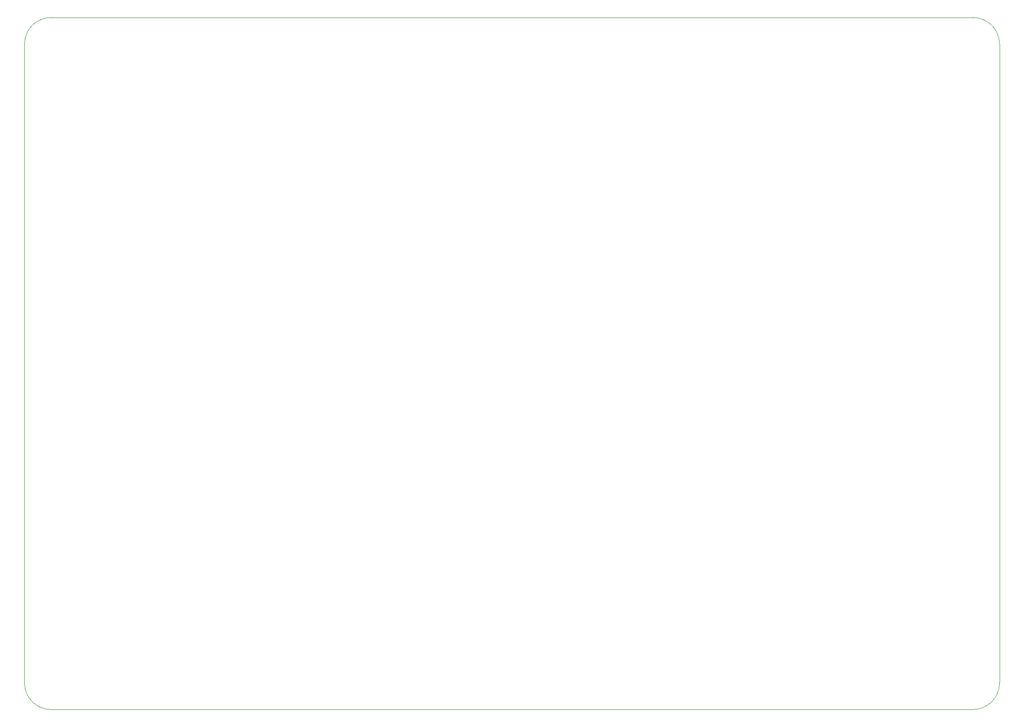
<source format=gbr>
%TF.GenerationSoftware,KiCad,Pcbnew,(5.1.9)-1*%
%TF.CreationDate,2021-02-05T13:08:36+01:00*%
%TF.ProjectId,testbench_io,74657374-6265-46e6-9368-5f696f2e6b69,rev?*%
%TF.SameCoordinates,Original*%
%TF.FileFunction,Profile,NP*%
%FSLAX46Y46*%
G04 Gerber Fmt 4.6, Leading zero omitted, Abs format (unit mm)*
G04 Created by KiCad (PCBNEW (5.1.9)-1) date 2021-02-05 13:08:36*
%MOMM*%
%LPD*%
G01*
G04 APERTURE LIST*
%TA.AperFunction,Profile*%
%ADD10C,0.050000*%
%TD*%
G04 APERTURE END LIST*
D10*
X203400000Y-145400000D02*
G75*
G02*
X198400000Y-150400000I-5000000J0D01*
G01*
X20400000Y-25400000D02*
G75*
G02*
X25400000Y-20400000I5000000J0D01*
G01*
X198400000Y-20400000D02*
G75*
G02*
X203400000Y-25400000I0J-5000000D01*
G01*
X25400000Y-150400000D02*
G75*
G02*
X20400000Y-145400000I0J5000000D01*
G01*
X203400000Y-25400000D02*
X203400000Y-145400000D01*
X198400000Y-150400000D02*
X25400000Y-150400000D01*
X20400000Y-25400000D02*
X20400000Y-145400000D01*
X198400000Y-20400000D02*
X25400000Y-20400000D01*
M02*

</source>
